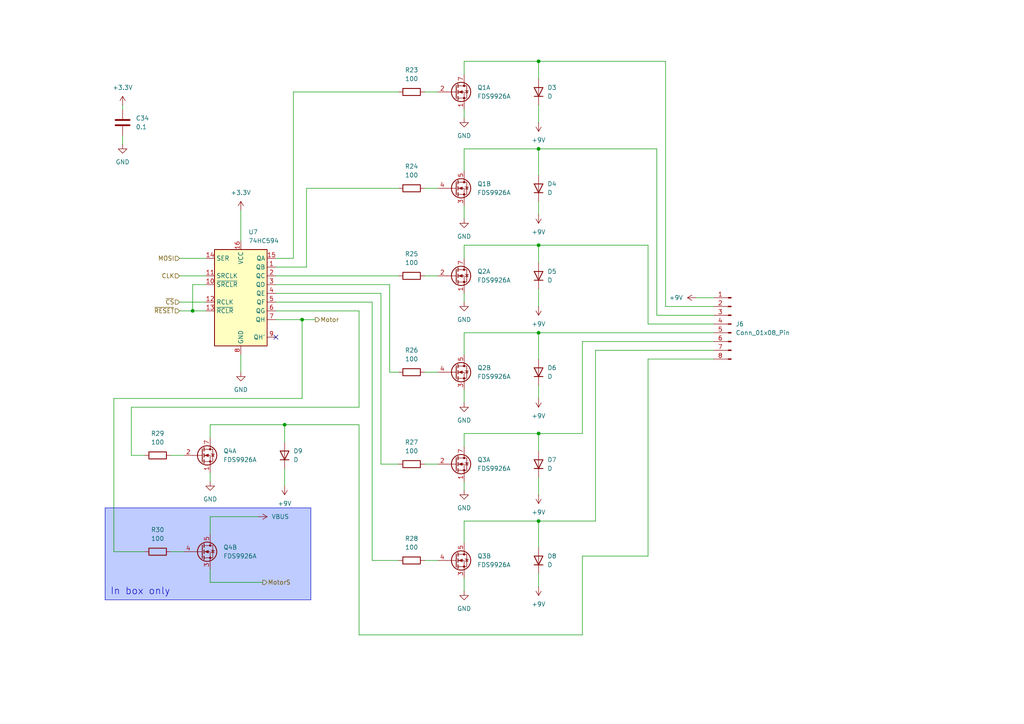
<source format=kicad_sch>
(kicad_sch (version 20231120) (generator "eeschema") (generator_version "8.0")
  (paper "A4")
  (title_block (title "Valves interface") (company "RoboWay"))
  (lib_symbols
    (symbol "74xx:74HC594"
      (property "Reference" "U" (at -7.62 13.97 0))
      (property "Value" "74HC594" (at -7.62 -16.51 0))
      (symbol "74HC594_1_0"
        (pin output line (at 10.16 7.62 180) (length 2.54) (name "QB") (number "1"))
        (pin input line (at -10.16 2.54 0) (length 2.54) (name "~{SRCLR}") (number "10"))
        (pin input line (at -10.16 5.08 0) (length 2.54) (name "SRCLK") (number "11"))
        (pin input line (at -10.16 -2.54 0) (length 2.54) (name "RCLK") (number "12"))
        (pin input line (at -10.16 -5.08 0) (length 2.54) (name "~{RCLR}") (number "13"))
        (pin input line (at -10.16 10.16 0) (length 2.54) (name "SER") (number "14"))
        (pin output line (at 10.16 10.16 180) (length 2.54) (name "QA") (number "15"))
        (pin power_in line (at 0 15.24 270) (length 2.54) (name "VCC") (number "16"))
        (pin output line (at 10.16 5.08 180) (length 2.54) (name "QC") (number "2"))
        (pin output line (at 10.16 2.54 180) (length 2.54) (name "QD") (number "3"))
        (pin output line (at 10.16 0 180) (length 2.54) (name "QE") (number "4"))
        (pin output line (at 10.16 -2.54 180) (length 2.54) (name "QF") (number "5"))
        (pin output line (at 10.16 -5.08 180) (length 2.54) (name "QG") (number "6"))
        (pin output line (at 10.16 -7.62 180) (length 2.54) (name "QH") (number "7"))
        (pin power_in line (at 0 -17.78 90) (length 2.54) (name "GND") (number "8"))
        (pin output line (at 10.16 -12.7 180) (length 2.54) (name "QH'") (number "9"))
      )
      (symbol "74HC594_1_1"
        (rectangle (start -7.62 12.7) (end 7.62 -15.24) (stroke (width 0.254)) (fill (type background)))
      )
    )
    (symbol "Connector:Conn_01x08_Pin" (pin_names (offset 1.016) hide)
      (property "Reference" "J" (at 0 10.16 0))
      (property "Value" "Conn_01x08_Pin" (at 0 -12.7 0))
      (symbol "Conn_01x08_Pin_1_1"
        (polyline (pts (xy 1.27 -10.16) (xy 0.8636 -10.16)) (stroke (width 0.1524)))
        (polyline (pts (xy 1.27 -7.62) (xy 0.8636 -7.62)) (stroke (width 0.1524)))
        (polyline (pts (xy 1.27 -5.08) (xy 0.8636 -5.08)) (stroke (width 0.1524)))
        (polyline (pts (xy 1.27 -2.54) (xy 0.8636 -2.54)) (stroke (width 0.1524)))
        (polyline (pts (xy 1.27 0) (xy 0.8636 0)) (stroke (width 0.1524)))
        (polyline (pts (xy 1.27 2.54) (xy 0.8636 2.54)) (stroke (width 0.1524)))
        (polyline (pts (xy 1.27 5.08) (xy 0.8636 5.08)) (stroke (width 0.1524)))
        (polyline (pts (xy 1.27 7.62) (xy 0.8636 7.62)) (stroke (width 0.1524)))
        (rectangle (start 0.8636 -10.033) (end 0 -10.287) (stroke (width 0.1524)) (fill (type outline)))
        (rectangle (start 0.8636 -7.493) (end 0 -7.747) (stroke (width 0.1524)) (fill (type outline)))
        (rectangle (start 0.8636 -4.953) (end 0 -5.207) (stroke (width 0.1524)) (fill (type outline)))
        (rectangle (start 0.8636 -2.413) (end 0 -2.667) (stroke (width 0.1524)) (fill (type outline)))
        (rectangle (start 0.8636 0.127) (end 0 -0.127) (stroke (width 0.1524)) (fill (type outline)))
        (rectangle (start 0.8636 2.667) (end 0 2.413) (stroke (width 0.1524)) (fill (type outline)))
        (rectangle (start 0.8636 5.207) (end 0 4.953) (stroke (width 0.1524)) (fill (type outline)))
        (rectangle (start 0.8636 7.747) (end 0 7.493) (stroke (width 0.1524)) (fill (type outline)))
        (pin passive line (at 5.08 7.62 180) (length 3.81) (name "Pin_1") (number "1"))
        (pin passive line (at 5.08 5.08 180) (length 3.81) (name "Pin_2") (number "2"))
        (pin passive line (at 5.08 2.54 180) (length 3.81) (name "Pin_3") (number "3"))
        (pin passive line (at 5.08 0 180) (length 3.81) (name "Pin_4") (number "4"))
        (pin passive line (at 5.08 -2.54 180) (length 3.81) (name "Pin_5") (number "5"))
        (pin passive line (at 5.08 -5.08 180) (length 3.81) (name "Pin_6") (number "6"))
        (pin passive line (at 5.08 -7.62 180) (length 3.81) (name "Pin_7") (number "7"))
        (pin passive line (at 5.08 -10.16 180) (length 3.81) (name "Pin_8") (number "8"))
      )
    )
    (symbol "Device:C" (pin_numbers hide) (pin_names (offset 0.254))
      (property "Reference" "C" (at 0.635 2.54 0))
      (property "Value" "C" (at 0.635 -2.54 0))
      (symbol "C_0_1"
        (polyline (pts (xy -2.032 -0.762) (xy 2.032 -0.762)) (stroke (width 0.508)))
        (polyline (pts (xy -2.032 0.762) (xy 2.032 0.762)) (stroke (width 0.508)))
      )
      (symbol "C_1_1"
        (pin passive line (at 0 3.81 270) (length 2.794) (name "~") (number "1"))
        (pin passive line (at 0 -3.81 90) (length 2.794) (name "~") (number "2"))
      )
    )
    (symbol "Device:D" (pin_numbers hide) (pin_names (offset 1.016) hide)
      (property "Reference" "D" (at 0 2.54 0))
      (property "Value" "D" (at 0 -2.54 0))
      (symbol "D_0_1"
        (polyline (pts (xy -1.27 1.27) (xy -1.27 -1.27)) (stroke (width 0.254)))
        (polyline (pts (xy 1.27 0) (xy -1.27 0)))
        (polyline (pts (xy 1.27 1.27) (xy 1.27 -1.27) (xy -1.27 0) (xy 1.27 1.27)) (stroke (width 0.254)))
      )
      (symbol "D_1_1"
        (pin passive line (at -3.81 0 0) (length 2.54) (name "K") (number "1"))
        (pin passive line (at 3.81 0 180) (length 2.54) (name "A") (number "2"))
      )
    )
    (symbol "Device:R" (pin_numbers hide) (pin_names (offset 0))
      (property "Reference" "R" (at 2.032 0 90))
      (property "Value" "R" (at 0 0 90))
      (symbol "R_0_1"
        (rectangle (start -1.016 -2.54) (end 1.016 2.54) (stroke (width 0.254)))
      )
      (symbol "R_1_1"
        (pin passive line (at 0 3.81 270) (length 1.27) (name "~") (number "1"))
        (pin passive line (at 0 -3.81 90) (length 1.27) (name "~") (number "2"))
      )
    )
    (symbol "Transistor_FET:FDS9926A" (pin_names hide)
      (property "Reference" "Q" (at 5.08 1.905 0))
      (property "Value" "FDS9926A" (at 5.08 0 0))
      (symbol "FDS9926A_0_1"
        (polyline (pts (xy 0.254 0) (xy -2.54 0)))
        (polyline (pts (xy 0.254 1.905) (xy 0.254 -1.905)) (stroke (width 0.254)))
        (polyline (pts (xy 0.762 -1.27) (xy 0.762 -2.286)) (stroke (width 0.254)))
        (polyline (pts (xy 0.762 0.508) (xy 0.762 -0.508)) (stroke (width 0.254)))
        (polyline (pts (xy 0.762 2.286) (xy 0.762 1.27)) (stroke (width 0.254)))
        (polyline (pts (xy 2.54 2.54) (xy 2.54 1.778)))
        (polyline (pts (xy 2.54 -2.54) (xy 2.54 0) (xy 0.762 0)))
        (polyline (pts (xy 0.762 -1.778) (xy 3.302 -1.778) (xy 3.302 1.778) (xy 0.762 1.778)))
        (polyline (pts (xy 1.016 0) (xy 2.032 0.381) (xy 2.032 -0.381) (xy 1.016 0)) (fill (type outline)))
        (polyline (pts (xy 2.794 0.508) (xy 2.921 0.381) (xy 3.683 0.381) (xy 3.81 0.254)))
        (polyline (pts (xy 3.302 0.381) (xy 2.921 -0.254) (xy 3.683 -0.254) (xy 3.302 0.381)))
        (circle (center 1.651 0) (radius 2.794) (stroke (width 0.254)))
        (circle (center 2.54 -1.778) (radius 0.254) (fill (type outline)))
        (circle (center 2.54 1.778) (radius 0.254) (fill (type outline)))
      )
      (symbol "FDS9926A_1_1"
        (pin passive line (at 2.54 -5.08 90) (length 2.54) (name "S1") (number "1"))
        (pin passive line (at -5.08 0 0) (length 2.54) (name "G1") (number "2"))
        (pin passive line (at 2.54 5.08 270) (length 2.54) (name "D1") (number "7"))
        (pin passive line (at 2.54 5.08 270) (length 2.54) hide (name "D1") (number "8"))
      )
      (symbol "FDS9926A_2_1"
        (pin passive line (at 2.54 -5.08 90) (length 2.54) (name "S2") (number "3"))
        (pin passive line (at -5.08 0 0) (length 2.54) (name "G2") (number "4"))
        (pin passive line (at 2.54 5.08 270) (length 2.54) (name "D2") (number "5"))
        (pin passive line (at 2.54 5.08 270) (length 2.54) hide (name "D2") (number "6"))
      )
    )
    (symbol "power:+3.3V" (power) (pin_numbers hide) (pin_names (offset 0) hide)
      (property "Value" "+3.3V" (at 0 3.556 0))
      (symbol "+3.3V_0_1"
        (polyline (pts (xy -0.762 1.27) (xy 0 2.54)))
        (polyline (pts (xy 0 0) (xy 0 2.54)))
        (polyline (pts (xy 0 2.54) (xy 0.762 1.27)))
      )
      (symbol "+3.3V_1_1"
        (pin power_in line (at 0 0 90) (length 0) (name "~") (number "1"))
      )
    )
    (symbol "power:+9V" (power) (pin_numbers hide) (pin_names (offset 0) hide)
      (property "Value" "+9V" (at 0 3.556 0))
      (symbol "+9V_0_1"
        (polyline (pts (xy -0.762 1.27) (xy 0 2.54)))
        (polyline (pts (xy 0 0) (xy 0 2.54)))
        (polyline (pts (xy 0 2.54) (xy 0.762 1.27)))
      )
      (symbol "+9V_1_1"
        (pin power_in line (at 0 0 90) (length 0) (name "~") (number "1"))
      )
    )
    (symbol "power:GND" (power) (pin_numbers hide) (pin_names (offset 0) hide)
      (property "Value" "GND" (at 0 -3.81 0))
      (symbol "GND_0_1"
        (polyline (pts (xy 0 0) (xy 0 -1.27) (xy 1.27 -1.27) (xy 0 -2.54) (xy -1.27 -1.27) (xy 0 -1.27)))
      )
      (symbol "GND_1_1"
        (pin power_in line (at 0 0 270) (length 0) (name "~") (number "1"))
      )
    )
    (symbol "power:VBUS" (power) (pin_numbers hide) (pin_names (offset 0) hide)
      (property "Value" "VBUS" (at 0 3.556 0))
      (symbol "VBUS_0_1"
        (polyline (pts (xy -0.762 1.27) (xy 0 2.54)))
        (polyline (pts (xy 0 0) (xy 0 2.54)))
        (polyline (pts (xy 0 2.54) (xy 0.762 1.27)))
      )
      (symbol "VBUS_1_1"
        (pin power_in line (at 0 0 90) (length 0) (name "~") (number "1"))
      )
    )
  )
  (junction (at 156.21 96.52))
  (junction (at 55.88 90.17))
  (junction (at 156.21 151.13))
  (junction (at 87.63 92.71))
  (junction (at 82.55 123.19))
  (junction (at 156.21 71.12))
  (junction (at 156.21 43.18))
  (junction (at 156.21 125.73))
  (junction (at 156.21 17.78))
  (no_connect (at 80.01 97.79))
  (wire (pts (xy 60.96 149.86) (xy 74.93 149.86)))
  (wire (pts (xy 156.21 50.8) (xy 156.21 43.18)))
  (wire (pts (xy 134.62 49.53) (xy 134.62 43.18)))
  (wire (pts (xy 59.69 82.55) (xy 55.88 82.55)))
  (wire (pts (xy 168.91 99.06) (xy 207.01 99.06)))
  (wire (pts (xy 41.91 160.02) (xy 33.02 160.02)))
  (wire (pts (xy 168.91 161.29) (xy 187.96 161.29)))
  (wire (pts (xy 85.09 26.67) (xy 115.57 26.67)))
  (wire (pts (xy 156.21 96.52) (xy 207.01 96.52)))
  (wire (pts (xy 123.19 107.95) (xy 127 107.95)))
  (wire (pts (xy 49.53 132.08) (xy 53.34 132.08)))
  (wire (pts (xy 80.01 80.01) (xy 115.57 80.01)))
  (wire (pts (xy 156.21 166.37) (xy 156.21 170.18)))
  (wire (pts (xy 60.96 123.19) (xy 82.55 123.19)))
  (wire (pts (xy 113.03 82.55) (xy 113.03 107.95)))
  (wire (pts (xy 69.85 60.96) (xy 69.85 69.85)))
  (wire (pts (xy 134.62 113.03) (xy 134.62 116.84)))
  (wire (pts (xy 156.21 71.12) (xy 156.21 76.2)))
  (wire (pts (xy 60.96 168.91) (xy 76.2 168.91)))
  (wire (pts (xy 113.03 107.95) (xy 115.57 107.95)))
  (wire (pts (xy 52.07 90.17) (xy 55.88 90.17)))
  (wire (pts (xy 87.63 115.57) (xy 87.63 92.71)))
  (wire (pts (xy 156.21 83.82) (xy 156.21 88.9)))
  (wire (pts (xy 104.14 118.11) (xy 38.1 118.11)))
  (wire (pts (xy 80.01 82.55) (xy 113.03 82.55)))
  (wire (pts (xy 38.1 118.11) (xy 38.1 132.08)))
  (wire (pts (xy 60.96 137.16) (xy 60.96 139.7)))
  (wire (pts (xy 134.62 125.73) (xy 156.21 125.73)))
  (wire (pts (xy 52.07 80.01) (xy 59.69 80.01)))
  (wire (pts (xy 82.55 123.19) (xy 104.14 123.19)))
  (wire (pts (xy 60.96 165.1) (xy 60.96 168.91)))
  (wire (pts (xy 134.62 21.59) (xy 134.62 17.78)))
  (wire (pts (xy 156.21 158.75) (xy 156.21 151.13)))
  (wire (pts (xy 123.19 26.67) (xy 127 26.67)))
  (wire (pts (xy 104.14 90.17) (xy 104.14 118.11)))
  (wire (pts (xy 52.07 87.63) (xy 59.69 87.63)))
  (wire (pts (xy 87.63 92.71) (xy 91.44 92.71)))
  (wire (pts (xy 134.62 71.12) (xy 156.21 71.12)))
  (wire (pts (xy 134.62 59.69) (xy 134.62 63.5)))
  (wire (pts (xy 60.96 127) (xy 60.96 123.19)))
  (wire (pts (xy 110.49 134.62) (xy 115.57 134.62)))
  (wire (pts (xy 156.21 17.78) (xy 193.04 17.78)))
  (wire (pts (xy 80.01 85.09) (xy 110.49 85.09)))
  (wire (pts (xy 80.01 77.47) (xy 88.9 77.47)))
  (wire (pts (xy 33.02 115.57) (xy 87.63 115.57)))
  (wire (pts (xy 172.72 101.6) (xy 207.01 101.6)))
  (wire (pts (xy 88.9 77.47) (xy 88.9 54.61)))
  (wire (pts (xy 201.93 86.36) (xy 207.01 86.36)))
  (wire (pts (xy 134.62 85.09) (xy 134.62 87.63)))
  (wire (pts (xy 168.91 184.15) (xy 168.91 161.29)))
  (wire (pts (xy 80.01 90.17) (xy 104.14 90.17)))
  (wire (pts (xy 123.19 80.01) (xy 127 80.01)))
  (wire (pts (xy 82.55 123.19) (xy 82.55 128.27)))
  (wire (pts (xy 134.62 31.75) (xy 134.62 34.29)))
  (wire (pts (xy 104.14 184.15) (xy 168.91 184.15)))
  (wire (pts (xy 156.21 104.14) (xy 156.21 96.52)))
  (wire (pts (xy 52.07 74.93) (xy 59.69 74.93)))
  (wire (pts (xy 85.09 74.93) (xy 85.09 26.67)))
  (wire (pts (xy 156.21 111.76) (xy 156.21 115.57)))
  (wire (pts (xy 134.62 74.93) (xy 134.62 71.12)))
  (wire (pts (xy 107.95 162.56) (xy 115.57 162.56)))
  (wire (pts (xy 38.1 132.08) (xy 41.91 132.08)))
  (wire (pts (xy 156.21 71.12) (xy 187.96 71.12)))
  (wire (pts (xy 80.01 87.63) (xy 107.95 87.63)))
  (wire (pts (xy 123.19 54.61) (xy 127 54.61)))
  (wire (pts (xy 134.62 43.18) (xy 156.21 43.18)))
  (wire (pts (xy 190.5 91.44) (xy 207.01 91.44)))
  (wire (pts (xy 156.21 30.48) (xy 156.21 35.56)))
  (wire (pts (xy 187.96 161.29) (xy 187.96 104.14)))
  (wire (pts (xy 55.88 82.55) (xy 55.88 90.17)))
  (wire (pts (xy 134.62 157.48) (xy 134.62 151.13)))
  (wire (pts (xy 104.14 123.19) (xy 104.14 184.15)))
  (wire (pts (xy 110.49 85.09) (xy 110.49 134.62)))
  (wire (pts (xy 134.62 167.64) (xy 134.62 171.45)))
  (wire (pts (xy 207.01 88.9) (xy 193.04 88.9)))
  (wire (pts (xy 33.02 160.02) (xy 33.02 115.57)))
  (wire (pts (xy 134.62 17.78) (xy 156.21 17.78)))
  (wire (pts (xy 190.5 43.18) (xy 190.5 91.44)))
  (wire (pts (xy 60.96 154.94) (xy 60.96 149.86)))
  (wire (pts (xy 134.62 102.87) (xy 134.62 96.52)))
  (wire (pts (xy 134.62 151.13) (xy 156.21 151.13)))
  (wire (pts (xy 35.56 41.91) (xy 35.56 39.37)))
  (wire (pts (xy 69.85 102.87) (xy 69.85 107.95)))
  (wire (pts (xy 156.21 43.18) (xy 190.5 43.18)))
  (wire (pts (xy 123.19 134.62) (xy 127 134.62)))
  (wire (pts (xy 35.56 30.48) (xy 35.56 31.75)))
  (wire (pts (xy 156.21 125.73) (xy 156.21 130.81)))
  (wire (pts (xy 55.88 90.17) (xy 59.69 90.17)))
  (wire (pts (xy 168.91 125.73) (xy 168.91 99.06)))
  (wire (pts (xy 88.9 54.61) (xy 115.57 54.61)))
  (wire (pts (xy 49.53 160.02) (xy 53.34 160.02)))
  (wire (pts (xy 156.21 58.42) (xy 156.21 62.23)))
  (wire (pts (xy 82.55 135.89) (xy 82.55 140.97)))
  (wire (pts (xy 134.62 129.54) (xy 134.62 125.73)))
  (wire (pts (xy 156.21 138.43) (xy 156.21 143.51)))
  (wire (pts (xy 107.95 87.63) (xy 107.95 162.56)))
  (wire (pts (xy 134.62 139.7) (xy 134.62 142.24)))
  (wire (pts (xy 123.19 162.56) (xy 127 162.56)))
  (wire (pts (xy 80.01 74.93) (xy 85.09 74.93)))
  (wire (pts (xy 187.96 93.98) (xy 207.01 93.98)))
  (wire (pts (xy 80.01 92.71) (xy 87.63 92.71)))
  (wire (pts (xy 172.72 151.13) (xy 172.72 101.6)))
  (wire (pts (xy 156.21 125.73) (xy 168.91 125.73)))
  (wire (pts (xy 187.96 104.14) (xy 207.01 104.14)))
  (wire (pts (xy 134.62 96.52) (xy 156.21 96.52)))
  (wire (pts (xy 156.21 17.78) (xy 156.21 22.86)))
  (wire (pts (xy 193.04 88.9) (xy 193.04 17.78)))
  (wire (pts (xy 187.96 71.12) (xy 187.96 93.98)))
  (wire (pts (xy 156.21 151.13) (xy 172.72 151.13)))
  (text_box "In box only" (at 30.48 147.32 0) (size 59.69 26.67) (fill (type color) (color 190 204 255 1)) (effects (font (size 2 2)) (justify left bottom)))
  (hierarchical_label "~{CS}" (shape input) (at 52.07 87.63 180))
  (hierarchical_label "CLK" (shape input) (at 52.07 80.01 180))
  (hierarchical_label "~{RESET}" (shape input) (at 52.07 90.17 180))
  (hierarchical_label "Motor" (shape output) (at 91.44 92.71 0))
  (hierarchical_label "MOSI" (shape input) (at 52.07 74.93 180))
  (hierarchical_label "MotorS" (shape output) (at 76.2 168.91 0))
  (symbol (lib_id "power:GND") (at 35.56 41.91 0) (unit 1)
    (property "Reference" "#PWR080" (effects (hide yes)))
    (property "Value" "GND" (at 35.56 46.99 0))
    (property "Description" "Power symbol creates a global label with name \"GND\" , ground" (effects (hide yes)))
  )
  (symbol (lib_id "Device:R") (at 119.38 26.67 90) (unit 1)
    (property "Reference" "R23" (at 119.38 20.32 90))
    (property "Value" "100" (at 119.38 22.86 90))
    (property "Description" "Resistor" (effects (hide yes)))
  )
  (symbol (lib_id "power:+3.3V") (at 35.56 30.48 0) (unit 1)
    (property "Reference" "#PWR079" (effects (hide yes)))
    (property "Value" "+3.3V" (at 35.56 25.4 0))
    (property "Description" "Power symbol creates a global label with name \"+3.3V\"" (effects (hide yes)))
  )
  (symbol (lib_id "Transistor_FET:FDS9926A") (at 132.08 54.61 0) (unit 2)
    (property "Reference" "Q1" (at 138.43 53.3399 0) (effects (justify left)))
    (property "Value" "FDS9926A" (at 138.43 55.8799 0) (effects (justify left)))
    (property "Footprint" "Package_SO:SOIC-8_3.9x4.9mm_P1.27mm" (effects (hide yes)))
    (property "Datasheet" "https://www.onsemi.com/pub/Collateral/FDS9926A-D.pdf" (effects (hide yes)))
    (property "Description" "6.5A Id, 20V Vds, Dual N-Channel MOSFET, 30mOhm Ron, SO-8" (effects (hide yes)))
  )
  (symbol (lib_id "Device:R") (at 45.72 160.02 90) (unit 1)
    (property "Reference" "R30" (at 45.72 153.67 90))
    (property "Value" "100" (at 45.72 156.21 90))
    (property "Description" "Resistor" (effects (hide yes)))
  )
  (symbol (lib_id "power:+9V") (at 156.21 62.23 180) (unit 1)
    (property "Reference" "#PWR062" (effects (hide yes)))
    (property "Value" "+9V" (at 156.21 67.31 0))
    (property "Description" "Power symbol creates a global label with name \"+9V\"" (effects (hide yes)))
  )
  (symbol (lib_id "power:VBUS") (at 74.93 149.86 270) (unit 1)
    (property "Reference" "#PWR075" (effects (hide yes)))
    (property "Value" "VBUS" (at 78.74 149.8599 90) (effects (justify left)))
    (property "Description" "Power symbol creates a global label with name \"VBUS\"" (effects (hide yes)))
  )
  (symbol (lib_id "Device:R") (at 45.72 132.08 90) (unit 1)
    (property "Reference" "R29" (at 45.72 125.73 90))
    (property "Value" "100" (at 45.72 128.27 90))
    (property "Description" "Resistor" (effects (hide yes)))
  )
  (symbol (lib_id "Device:R") (at 119.38 80.01 90) (unit 1)
    (property "Reference" "R25" (at 119.38 73.66 90))
    (property "Value" "100" (at 119.38 76.2 90))
    (property "Description" "Resistor" (effects (hide yes)))
  )
  (symbol (lib_id "Connector:Conn_01x08_Pin") (at 212.09 93.98 0) (mirror y) (unit 1)
    (property "Reference" "J6" (at 213.36 93.9799 0) (effects (justify right)))
    (property "Value" "Conn_01x08_Pin" (at 213.36 96.5199 0) (effects (justify right)))
    (property "Description" "Generic connector, single row, 01x08, script generated" (effects (hide yes)))
  )
  (symbol (lib_id "Transistor_FET:FDS9926A") (at 132.08 107.95 0) (unit 2)
    (property "Reference" "Q2" (at 138.43 106.6799 0) (effects (justify left)))
    (property "Value" "FDS9926A" (at 138.43 109.2199 0) (effects (justify left)))
    (property "Footprint" "Package_SO:SOIC-8_3.9x4.9mm_P1.27mm" (effects (hide yes)))
    (property "Datasheet" "https://www.onsemi.com/pub/Collateral/FDS9926A-D.pdf" (effects (hide yes)))
    (property "Description" "6.5A Id, 20V Vds, Dual N-Channel MOSFET, 30mOhm Ron, SO-8" (effects (hide yes)))
  )
  (symbol (lib_id "power:+9V") (at 156.21 143.51 180) (unit 1)
    (property "Reference" "#PWR070" (effects (hide yes)))
    (property "Value" "+9V" (at 156.21 148.59 0))
    (property "Description" "Power symbol creates a global label with name \"+9V\"" (effects (hide yes)))
  )
  (symbol (lib_id "power:GND") (at 134.62 142.24 0) (unit 1)
    (property "Reference" "#PWR068" (effects (hide yes)))
    (property "Value" "GND" (at 134.62 147.32 0))
    (property "Description" "Power symbol creates a global label with name \"GND\" , ground" (effects (hide yes)))
  )
  (symbol (lib_id "power:+9V") (at 82.55 140.97 180) (unit 1)
    (property "Reference" "#PWR074" (effects (hide yes)))
    (property "Value" "+9V" (at 82.55 146.05 0))
    (property "Description" "Power symbol creates a global label with name \"+9V\"" (effects (hide yes)))
  )
  (symbol (lib_id "power:GND") (at 134.62 171.45 0) (unit 1)
    (property "Reference" "#PWR069" (effects (hide yes)))
    (property "Value" "GND" (at 134.62 176.53 0))
    (property "Description" "Power symbol creates a global label with name \"GND\" , ground" (effects (hide yes)))
  )
  (symbol (lib_id "Device:D") (at 156.21 107.95 90) (unit 1)
    (property "Reference" "D6" (at 158.75 106.6799 90) (effects (justify right)))
    (property "Value" "D" (at 158.75 109.2199 90) (effects (justify right)))
    (property "Description" "Diode" (effects (hide yes)))
    (property "Sim.Device" "D" (effects (hide yes)))
    (property "Sim.Pins" "1=K 2=A" (effects (hide yes)))
  )
  (symbol (lib_id "power:+9V") (at 156.21 88.9 180) (unit 1)
    (property "Reference" "#PWR066" (effects (hide yes)))
    (property "Value" "+9V" (at 156.21 93.98 0))
    (property "Description" "Power symbol creates a global label with name \"+9V\"" (effects (hide yes)))
  )
  (symbol (lib_id "Transistor_FET:FDS9926A") (at 132.08 26.67 0) (unit 1)
    (property "Reference" "Q1" (at 138.43 25.3999 0) (effects (justify left)))
    (property "Value" "FDS9926A" (at 138.43 27.9399 0) (effects (justify left)))
    (property "Footprint" "Package_SO:SOIC-8_3.9x4.9mm_P1.27mm" (effects (hide yes)))
    (property "Datasheet" "https://www.onsemi.com/pub/Collateral/FDS9926A-D.pdf" (effects (hide yes)))
    (property "Description" "6.5A Id, 20V Vds, Dual N-Channel MOSFET, 30mOhm Ron, SO-8" (effects (hide yes)))
  )
  (symbol (lib_id "Device:D") (at 82.55 132.08 90) (unit 1)
    (property "Reference" "D9" (at 85.09 130.8099 90) (effects (justify right)))
    (property "Value" "D" (at 85.09 133.3499 90) (effects (justify right)))
    (property "Description" "Diode" (effects (hide yes)))
    (property "Sim.Device" "D" (effects (hide yes)))
    (property "Sim.Pins" "1=K 2=A" (effects (hide yes)))
  )
  (symbol (lib_id "Device:C") (at 35.56 35.56 0) (unit 1)
    (property "Reference" "C34" (at 39.37 34.2899 0) (effects (justify left)))
    (property "Value" "0.1" (at 39.37 36.8299 0) (effects (justify left)))
    (property "Description" "Unpolarized capacitor" (effects (hide yes)))
  )
  (symbol (lib_id "Device:R") (at 119.38 134.62 90) (unit 1)
    (property "Reference" "R27" (at 119.38 128.27 90))
    (property "Value" "100" (at 119.38 130.81 90))
    (property "Description" "Resistor" (effects (hide yes)))
  )
  (symbol (lib_id "74xx:74HC594") (at 69.85 85.09 0) (unit 1)
    (property "Reference" "U7" (at 72.0441 67.31 0) (effects (justify left)))
    (property "Value" "74HC594" (at 72.0441 69.85 0) (effects (justify left)))
    (property "Datasheet" "https://www.ti.com/lit/ds/symlink/sn74hc594.pdf" (effects (hide yes)))
    (property "Description" "8-Bit Shift Registers With Output Registers" (effects (hide yes)))
  )
  (symbol (lib_id "power:GND") (at 69.85 107.95 0) (unit 1)
    (property "Reference" "#PWR057" (effects (hide yes)))
    (property "Value" "GND" (at 69.85 113.03 0))
    (property "Description" "Power symbol creates a global label with name \"GND\" , ground" (effects (hide yes)))
  )
  (symbol (lib_id "Device:D") (at 156.21 26.67 90) (unit 1)
    (property "Reference" "D3" (at 158.75 25.3999 90) (effects (justify right)))
    (property "Value" "D" (at 158.75 27.9399 90) (effects (justify right)))
    (property "Description" "Diode" (effects (hide yes)))
    (property "Sim.Device" "D" (effects (hide yes)))
    (property "Sim.Pins" "1=K 2=A" (effects (hide yes)))
  )
  (symbol (lib_id "Transistor_FET:FDS9926A") (at 132.08 134.62 0) (unit 1)
    (property "Reference" "Q3" (at 138.43 133.3499 0) (effects (justify left)))
    (property "Value" "FDS9926A" (at 138.43 135.8899 0) (effects (justify left)))
    (property "Footprint" "Package_SO:SOIC-8_3.9x4.9mm_P1.27mm" (effects (hide yes)))
    (property "Datasheet" "https://www.onsemi.com/pub/Collateral/FDS9926A-D.pdf" (effects (hide yes)))
    (property "Description" "6.5A Id, 20V Vds, Dual N-Channel MOSFET, 30mOhm Ron, SO-8" (effects (hide yes)))
  )
  (symbol (lib_id "Device:D") (at 156.21 54.61 90) (unit 1)
    (property "Reference" "D4" (at 158.75 53.3399 90) (effects (justify right)))
    (property "Value" "D" (at 158.75 55.8799 90) (effects (justify right)))
    (property "Description" "Diode" (effects (hide yes)))
    (property "Sim.Device" "D" (effects (hide yes)))
    (property "Sim.Pins" "1=K 2=A" (effects (hide yes)))
  )
  (symbol (lib_id "Device:D") (at 156.21 134.62 90) (unit 1)
    (property "Reference" "D7" (at 158.75 133.3499 90) (effects (justify right)))
    (property "Value" "D" (at 158.75 135.8899 90) (effects (justify right)))
    (property "Description" "Diode" (effects (hide yes)))
    (property "Sim.Device" "D" (effects (hide yes)))
    (property "Sim.Pins" "1=K 2=A" (effects (hide yes)))
  )
  (symbol (lib_id "power:+9V") (at 156.21 35.56 180) (unit 1)
    (property "Reference" "#PWR061" (effects (hide yes)))
    (property "Value" "+9V" (at 156.21 40.64 0))
    (property "Description" "Power symbol creates a global label with name \"+9V\"" (effects (hide yes)))
  )
  (symbol (lib_id "Transistor_FET:FDS9926A") (at 132.08 80.01 0) (unit 1)
    (property "Reference" "Q2" (at 138.43 78.7399 0) (effects (justify left)))
    (property "Value" "FDS9926A" (at 138.43 81.2799 0) (effects (justify left)))
    (property "Footprint" "Package_SO:SOIC-8_3.9x4.9mm_P1.27mm" (effects (hide yes)))
    (property "Datasheet" "https://www.onsemi.com/pub/Collateral/FDS9926A-D.pdf" (effects (hide yes)))
    (property "Description" "6.5A Id, 20V Vds, Dual N-Channel MOSFET, 30mOhm Ron, SO-8" (effects (hide yes)))
  )
  (symbol (lib_id "Transistor_FET:FDS9926A") (at 58.42 160.02 0) (unit 2)
    (property "Reference" "Q4" (at 64.77 158.7499 0) (effects (justify left)))
    (property "Value" "FDS9926A" (at 64.77 161.2899 0) (effects (justify left)))
    (property "Footprint" "Package_SO:SOIC-8_3.9x4.9mm_P1.27mm" (effects (hide yes)))
    (property "Datasheet" "https://www.onsemi.com/pub/Collateral/FDS9926A-D.pdf" (effects (hide yes)))
    (property "Description" "6.5A Id, 20V Vds, Dual N-Channel MOSFET, 30mOhm Ron, SO-8" (effects (hide yes)))
  )
  (symbol (lib_id "power:GND") (at 134.62 116.84 0) (unit 1)
    (property "Reference" "#PWR065" (effects (hide yes)))
    (property "Value" "GND" (at 134.62 121.92 0))
    (property "Description" "Power symbol creates a global label with name \"GND\" , ground" (effects (hide yes)))
  )
  (symbol (lib_id "Device:R") (at 119.38 107.95 90) (unit 1)
    (property "Reference" "R26" (at 119.38 101.6 90))
    (property "Value" "100" (at 119.38 104.14 90))
    (property "Description" "Resistor" (effects (hide yes)))
  )
  (symbol (lib_id "Device:R") (at 119.38 162.56 90) (unit 1)
    (property "Reference" "R28" (at 119.38 156.21 90))
    (property "Value" "100" (at 119.38 158.75 90))
    (property "Description" "Resistor" (effects (hide yes)))
  )
  (symbol (lib_id "power:+9V") (at 156.21 115.57 180) (unit 1)
    (property "Reference" "#PWR067" (effects (hide yes)))
    (property "Value" "+9V" (at 156.21 120.65 0))
    (property "Description" "Power symbol creates a global label with name \"+9V\"" (effects (hide yes)))
  )
  (symbol (lib_id "Device:D") (at 156.21 162.56 90) (unit 1)
    (property "Reference" "D8" (at 158.75 161.2899 90) (effects (justify right)))
    (property "Value" "D" (at 158.75 163.8299 90) (effects (justify right)))
    (property "Description" "Diode" (effects (hide yes)))
    (property "Sim.Device" "D" (effects (hide yes)))
    (property "Sim.Pins" "1=K 2=A" (effects (hide yes)))
  )
  (symbol (lib_id "Transistor_FET:FDS9926A") (at 132.08 162.56 0) (unit 2)
    (property "Reference" "Q3" (at 138.43 161.2899 0) (effects (justify left)))
    (property "Value" "FDS9926A" (at 138.43 163.8299 0) (effects (justify left)))
    (property "Footprint" "Package_SO:SOIC-8_3.9x4.9mm_P1.27mm" (effects (hide yes)))
    (property "Datasheet" "https://www.onsemi.com/pub/Collateral/FDS9926A-D.pdf" (effects (hide yes)))
    (property "Description" "6.5A Id, 20V Vds, Dual N-Channel MOSFET, 30mOhm Ron, SO-8" (effects (hide yes)))
  )
  (symbol (lib_id "power:+9V") (at 156.21 170.18 180) (unit 1)
    (property "Reference" "#PWR071" (effects (hide yes)))
    (property "Value" "+9V" (at 156.21 175.26 0))
    (property "Description" "Power symbol creates a global label with name \"+9V\"" (effects (hide yes)))
  )
  (symbol (lib_id "power:+3.3V") (at 69.85 60.96 0) (unit 1)
    (property "Reference" "#PWR058" (effects (hide yes)))
    (property "Value" "+3.3V" (at 69.85 55.88 0))
    (property "Description" "Power symbol creates a global label with name \"+3.3V\"" (effects (hide yes)))
  )
  (symbol (lib_id "power:GND") (at 134.62 87.63 0) (unit 1)
    (property "Reference" "#PWR064" (effects (hide yes)))
    (property "Value" "GND" (at 134.62 92.71 0))
    (property "Description" "Power symbol creates a global label with name \"GND\" , ground" (effects (hide yes)))
  )
  (symbol (lib_id "power:GND") (at 134.62 63.5 0) (unit 1)
    (property "Reference" "#PWR060" (effects (hide yes)))
    (property "Value" "GND" (at 134.62 68.58 0))
    (property "Description" "Power symbol creates a global label with name \"GND\" , ground" (effects (hide yes)))
  )
  (symbol (lib_id "Device:R") (at 119.38 54.61 90) (unit 1)
    (property "Reference" "R24" (at 119.38 48.26 90))
    (property "Value" "100" (at 119.38 50.8 90))
    (property "Description" "Resistor" (effects (hide yes)))
  )
  (symbol (lib_id "power:+9V") (at 201.93 86.36 90) (unit 1)
    (property "Reference" "#PWR073" (effects (hide yes)))
    (property "Value" "+9V" (at 198.12 86.3599 90) (effects (justify left)))
    (property "Description" "Power symbol creates a global label with name \"+9V\"" (effects (hide yes)))
  )
  (symbol (lib_id "Transistor_FET:FDS9926A") (at 58.42 132.08 0) (unit 1)
    (property "Reference" "Q4" (at 64.77 130.8099 0) (effects (justify left)))
    (property "Value" "FDS9926A" (at 64.77 133.3499 0) (effects (justify left)))
    (property "Footprint" "Package_SO:SOIC-8_3.9x4.9mm_P1.27mm" (effects (hide yes)))
    (property "Datasheet" "https://www.onsemi.com/pub/Collateral/FDS9926A-D.pdf" (effects (hide yes)))
    (property "Description" "6.5A Id, 20V Vds, Dual N-Channel MOSFET, 30mOhm Ron, SO-8" (effects (hide yes)))
  )
  (symbol (lib_id "power:GND") (at 134.62 34.29 0) (unit 1)
    (property "Reference" "#PWR059" (effects (hide yes)))
    (property "Value" "GND" (at 134.62 39.37 0))
    (property "Description" "Power symbol creates a global label with name \"GND\" , ground" (effects (hide yes)))
  )
  (symbol (lib_id "Device:D") (at 156.21 80.01 90) (unit 1)
    (property "Reference" "D5" (at 158.75 78.7399 90) (effects (justify right)))
    (property "Value" "D" (at 158.75 81.2799 90) (effects (justify right)))
    (property "Description" "Diode" (effects (hide yes)))
    (property "Sim.Device" "D" (effects (hide yes)))
    (property "Sim.Pins" "1=K 2=A" (effects (hide yes)))
  )
  (symbol (lib_id "power:GND") (at 60.96 139.7 0) (unit 1)
    (property "Reference" "#PWR072" (effects (hide yes)))
    (property "Value" "GND" (at 60.96 144.78 0))
    (property "Description" "Power symbol creates a global label with name \"GND\" , ground" (effects (hide yes)))
  )
)
</source>
